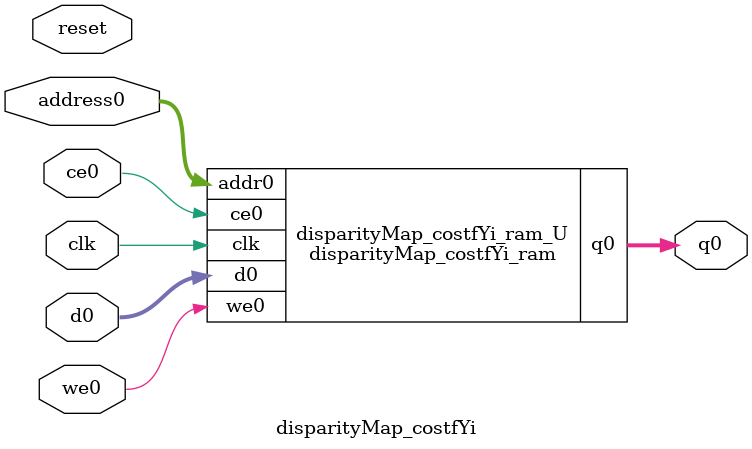
<source format=v>
`timescale 1 ns / 1 ps
module disparityMap_costfYi_ram (addr0, ce0, d0, we0, q0,  clk);

parameter DWIDTH = 9;
parameter AWIDTH = 9;
parameter MEM_SIZE = 384;

input[AWIDTH-1:0] addr0;
input ce0;
input[DWIDTH-1:0] d0;
input we0;
output reg[DWIDTH-1:0] q0;
input clk;

(* ram_style = "block" *)reg [DWIDTH-1:0] ram[0:MEM_SIZE-1];




always @(posedge clk)  
begin 
    if (ce0) 
    begin
        if (we0) 
        begin 
            ram[addr0] <= d0; 
        end 
        q0 <= ram[addr0];
    end
end


endmodule

`timescale 1 ns / 1 ps
module disparityMap_costfYi(
    reset,
    clk,
    address0,
    ce0,
    we0,
    d0,
    q0);

parameter DataWidth = 32'd9;
parameter AddressRange = 32'd384;
parameter AddressWidth = 32'd9;
input reset;
input clk;
input[AddressWidth - 1:0] address0;
input ce0;
input we0;
input[DataWidth - 1:0] d0;
output[DataWidth - 1:0] q0;



disparityMap_costfYi_ram disparityMap_costfYi_ram_U(
    .clk( clk ),
    .addr0( address0 ),
    .ce0( ce0 ),
    .we0( we0 ),
    .d0( d0 ),
    .q0( q0 ));

endmodule


</source>
